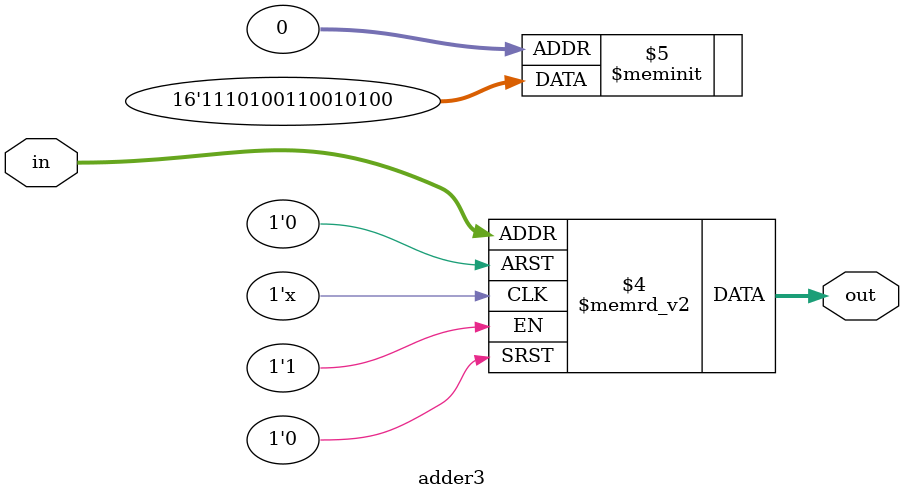
<source format=v>

module adder3
(
input [2:0] in,
output reg [1:0] out
);

always @(*)
	case(in)
		3'b000: out = 2'b00;
		3'b001: out = 2'b01;
		3'b010: out = 2'b01;
		3'b011: out = 2'b10;
		3'b100: out = 2'b01;
		3'b101: out = 2'b10;
		3'b110: out = 2'b10;
		3'b111: out = 2'b11;
		default: out = 2'b00;
	endcase

endmodule

</source>
